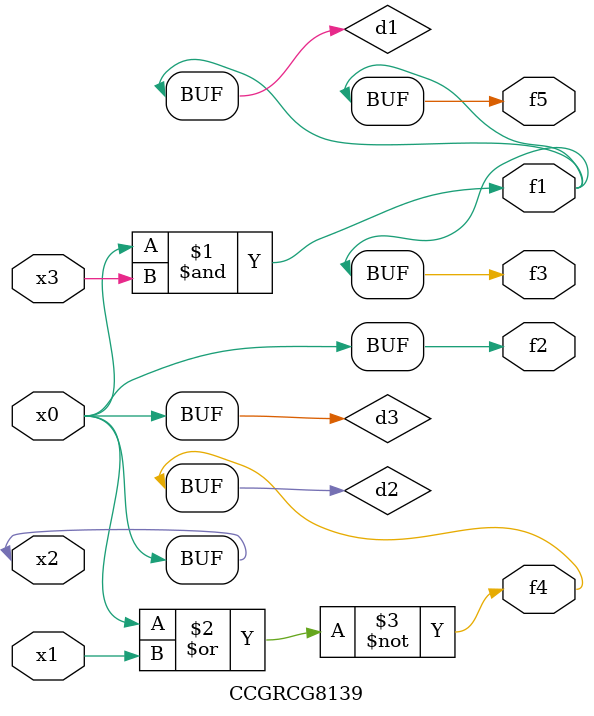
<source format=v>
module CCGRCG8139(
	input x0, x1, x2, x3,
	output f1, f2, f3, f4, f5
);

	wire d1, d2, d3;

	and (d1, x2, x3);
	nor (d2, x0, x1);
	buf (d3, x0, x2);
	assign f1 = d1;
	assign f2 = d3;
	assign f3 = d1;
	assign f4 = d2;
	assign f5 = d1;
endmodule

</source>
